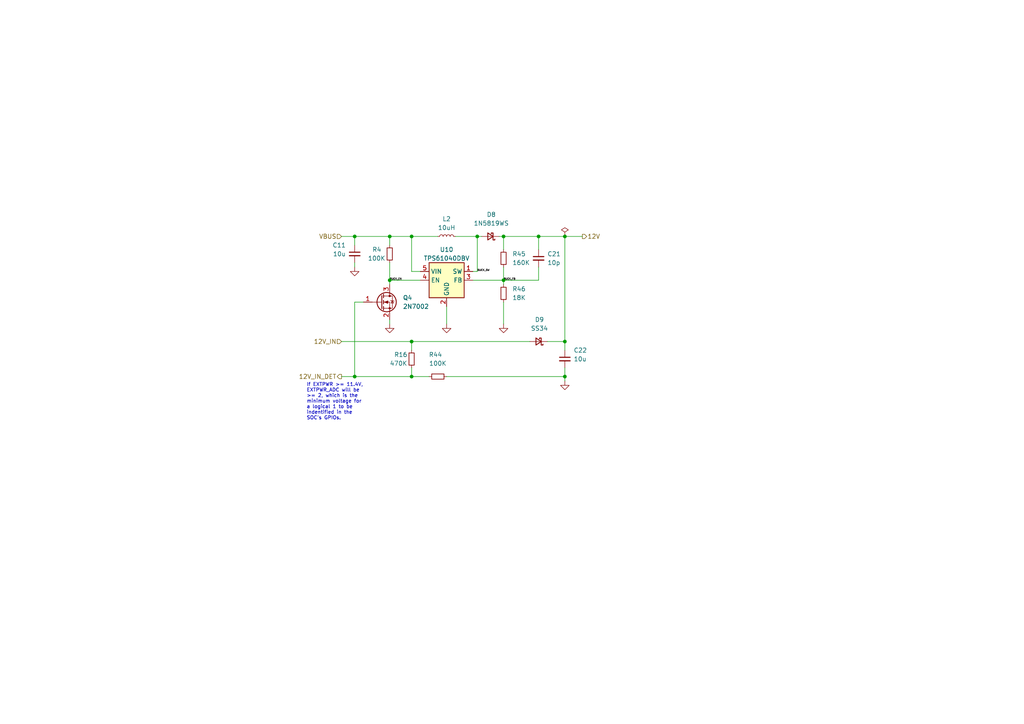
<source format=kicad_sch>
(kicad_sch (version 20211123) (generator eeschema)
  (paper "A4")
  (lib_symbols
    (symbol "Device:C_Small" (pin_numbers hide) (pin_names (offset 0.254) hide)
      (property "Reference" "C" (at 0.254 1.778 0))
      (property "Value" "C_Small" (at 0.254 -2.032 0))
      (symbol "C_Small_0_1"
        (polyline (pts (xy -1.524 -0.508) (xy 1.524 -0.508)) (stroke (width 0.3302)))
        (polyline (pts (xy -1.524 0.508) (xy 1.524 0.508)) (stroke (width 0.3048)))
      )
      (symbol "C_Small_1_1"
        (pin passive line (at 0 2.54 270) (length 2.032) (name "~") (number "1"))
        (pin passive line (at 0 -2.54 90) (length 2.032) (name "~") (number "2"))
      )
    )
    (symbol "Device:D_Schottky_Small" (pin_numbers hide) (pin_names (offset 0.254) hide)
      (property "Reference" "D" (at -1.27 2.032 0))
      (property "Value" "D_Schottky_Small" (at -7.112 -2.032 0))
      (symbol "D_Schottky_Small_0_1"
        (polyline (pts (xy -0.762 0) (xy 0.762 0)))
        (polyline (pts (xy 0.762 -1.016) (xy -0.762 0) (xy 0.762 1.016) (xy 0.762 -1.016)) (stroke (width 0.254)))
        (polyline (pts (xy -1.27 0.762) (xy -1.27 1.016) (xy -0.762 1.016) (xy -0.762 -1.016) (xy -0.254 -1.016) (xy -0.254 -0.762)) (stroke (width 0.254)))
      )
      (symbol "D_Schottky_Small_1_1"
        (pin passive line (at -2.54 0 0) (length 1.778) (name "K") (number "1"))
        (pin passive line (at 2.54 0 180) (length 1.778) (name "A") (number "2"))
      )
    )
    (symbol "Device:L_Small" (pin_numbers hide) (pin_names (offset 0.254) hide)
      (property "Reference" "L" (at 0.762 1.016 0))
      (property "Value" "L_Small" (at 0.762 -1.016 0))
      (symbol "L_Small_0_1"
        (arc (start 0 -2.032) (mid 0.508 -1.524) (end 0 -1.016))
        (arc (start 0 -1.016) (mid 0.508 -0.508) (end 0 0))
        (arc (start 0 0) (mid 0.508 0.508) (end 0 1.016))
        (arc (start 0 1.016) (mid 0.508 1.524) (end 0 2.032))
      )
      (symbol "L_Small_1_1"
        (pin passive line (at 0 2.54 270) (length 0.508) (name "~") (number "1"))
        (pin passive line (at 0 -2.54 90) (length 0.508) (name "~") (number "2"))
      )
    )
    (symbol "Device:R_Small" (pin_numbers hide) (pin_names (offset 0.254) hide)
      (property "Reference" "R" (at 0.762 0.508 0))
      (property "Value" "R_Small" (at 0.762 -1.016 0))
      (symbol "R_Small_0_1"
        (rectangle (start -0.762 1.778) (end 0.762 -1.778) (stroke (width 0.2032)))
      )
      (symbol "R_Small_1_1"
        (pin passive line (at 0 2.54 270) (length 0.762) (name "~") (number "1"))
        (pin passive line (at 0 -2.54 90) (length 0.762) (name "~") (number "2"))
      )
    )
    (symbol "Regulator_Switching:TPS61040DBV"
      (property "Reference" "U" (at -5.08 6.35 0))
      (property "Value" "TPS61040DBV" (at 0 6.35 0))
      (symbol "TPS61040DBV_0_1"
        (rectangle (start -5.08 5.08) (end 5.08 -5.08) (stroke (width 0.254)) (fill (type background)))
      )
      (symbol "TPS61040DBV_1_1"
        (pin power_out line (at 7.62 2.54 180) (length 2.54) (name "SW") (number "1"))
        (pin power_in line (at 0 -7.62 90) (length 2.54) (name "GND") (number "2"))
        (pin input line (at 7.62 0 180) (length 2.54) (name "FB") (number "3"))
        (pin input line (at -7.62 0 0) (length 2.54) (name "EN") (number "4"))
        (pin power_in line (at -7.62 2.54 0) (length 2.54) (name "VIN") (number "5"))
      )
    )
    (symbol "Transistor_FET:2N7002" (pin_names hide)
      (property "Reference" "Q" (at 5.08 1.905 0))
      (property "Value" "2N7002" (at 5.08 0 0))
      (symbol "2N7002_0_1"
        (polyline (pts (xy 0.254 0) (xy -2.54 0)))
        (polyline (pts (xy 0.254 1.905) (xy 0.254 -1.905)) (stroke (width 0.254)))
        (polyline (pts (xy 0.762 -1.27) (xy 0.762 -2.286)) (stroke (width 0.254)))
        (polyline (pts (xy 0.762 0.508) (xy 0.762 -0.508)) (stroke (width 0.254)))
        (polyline (pts (xy 0.762 2.286) (xy 0.762 1.27)) (stroke (width 0.254)))
        (polyline (pts (xy 2.54 2.54) (xy 2.54 1.778)))
        (polyline (pts (xy 2.54 -2.54) (xy 2.54 0) (xy 0.762 0)))
        (polyline (pts (xy 0.762 -1.778) (xy 3.302 -1.778) (xy 3.302 1.778) (xy 0.762 1.778)))
        (polyline (pts (xy 1.016 0) (xy 2.032 0.381) (xy 2.032 -0.381) (xy 1.016 0)) (fill (type outline)))
        (polyline (pts (xy 2.794 0.508) (xy 2.921 0.381) (xy 3.683 0.381) (xy 3.81 0.254)))
        (polyline (pts (xy 3.302 0.381) (xy 2.921 -0.254) (xy 3.683 -0.254) (xy 3.302 0.381)))
        (circle (center 1.651 0) (radius 2.794) (stroke (width 0.254)))
        (circle (center 2.54 -1.778) (radius 0.254) (fill (type outline)))
        (circle (center 2.54 1.778) (radius 0.254) (fill (type outline)))
      )
      (symbol "2N7002_1_1"
        (pin input line (at -5.08 0 0) (length 2.54) (name "G") (number "1"))
        (pin passive line (at 2.54 -5.08 90) (length 2.54) (name "S") (number "2"))
        (pin passive line (at 2.54 5.08 270) (length 2.54) (name "D") (number "3"))
      )
    )
    (symbol "power:GND" (power) (pin_names (offset 0))
      (property "Value" "GND" (at 0 -3.81 0))
      (symbol "GND_0_1"
        (polyline (pts (xy 0 0) (xy 0 -1.27) (xy 1.27 -1.27) (xy 0 -2.54) (xy -1.27 -1.27) (xy 0 -1.27)))
      )
      (symbol "GND_1_1"
        (pin power_in line (at 0 0 270) (length 0) hide (name "GND") (number "1"))
      )
    )
    (symbol "power:PWR_FLAG" (power) (pin_numbers hide) (pin_names (offset 0) hide)
      (property "Value" "PWR_FLAG" (at 0 3.81 0))
      (symbol "PWR_FLAG_0_0"
        (pin power_out line (at 0 0 90) (length 0) (name "pwr") (number "1"))
      )
      (symbol "PWR_FLAG_0_1"
        (polyline (pts (xy 0 0) (xy 0 1.27) (xy -1.016 1.905) (xy 0 2.54) (xy 1.016 1.905) (xy 0 1.27)))
      )
    )
  )
  (junction (at 163.83 99.06))
  (junction (at 119.38 99.06))
  (junction (at 102.87 68.58))
  (junction (at 163.83 68.58))
  (junction (at 146.05 68.58))
  (junction (at 113.03 68.58))
  (junction (at 146.05 81.28))
  (junction (at 119.38 68.58))
  (junction (at 113.03 81.28))
  (junction (at 119.38 109.22))
  (junction (at 138.43 68.58))
  (junction (at 163.83 109.22))
  (junction (at 156.21 68.58))
  (junction (at 102.87 109.22))
  (wire (pts (xy 163.83 68.58) (xy 163.83 99.06)))
  (wire (pts (xy 113.03 76.2) (xy 113.03 81.28)))
  (wire (pts (xy 156.21 68.58) (xy 146.05 68.58)))
  (wire (pts (xy 113.03 68.58) (xy 119.38 68.58)))
  (wire (pts (xy 146.05 77.47) (xy 146.05 81.28)))
  (wire (pts (xy 99.06 109.22) (xy 102.87 109.22)))
  (wire (pts (xy 113.03 81.28) (xy 121.92 81.28)))
  (wire (pts (xy 146.05 81.28) (xy 146.05 82.55)))
  (wire (pts (xy 129.54 93.98) (xy 129.54 88.9)))
  (wire (pts (xy 121.92 78.74) (xy 119.38 78.74)))
  (wire (pts (xy 163.83 68.58) (xy 168.91 68.58)))
  (wire (pts (xy 119.38 99.06) (xy 153.67 99.06)))
  (wire (pts (xy 163.83 110.49) (xy 163.83 109.22)))
  (wire (pts (xy 163.83 99.06) (xy 163.83 101.6)))
  (wire (pts (xy 119.38 109.22) (xy 124.46 109.22)))
  (wire (pts (xy 119.38 106.68) (xy 119.38 109.22)))
  (wire (pts (xy 156.21 68.58) (xy 156.21 72.39)))
  (wire (pts (xy 105.41 87.63) (xy 102.87 87.63)))
  (wire (pts (xy 132.08 68.58) (xy 138.43 68.58)))
  (wire (pts (xy 127 68.58) (xy 119.38 68.58)))
  (wire (pts (xy 138.43 78.74) (xy 137.16 78.74)))
  (wire (pts (xy 113.03 68.58) (xy 113.03 71.12)))
  (wire (pts (xy 102.87 68.58) (xy 113.03 68.58)))
  (wire (pts (xy 99.06 68.58) (xy 102.87 68.58)))
  (wire (pts (xy 146.05 87.63) (xy 146.05 93.98)))
  (wire (pts (xy 113.03 93.98) (xy 113.03 92.71)))
  (wire (pts (xy 138.43 68.58) (xy 138.43 78.74)))
  (wire (pts (xy 113.03 81.28) (xy 113.03 82.55)))
  (wire (pts (xy 102.87 77.47) (xy 102.87 76.2)))
  (wire (pts (xy 138.43 68.58) (xy 139.7 68.58)))
  (wire (pts (xy 144.78 68.58) (xy 146.05 68.58)))
  (wire (pts (xy 137.16 81.28) (xy 146.05 81.28)))
  (wire (pts (xy 102.87 87.63) (xy 102.87 109.22)))
  (wire (pts (xy 129.54 109.22) (xy 163.83 109.22)))
  (wire (pts (xy 102.87 109.22) (xy 119.38 109.22)))
  (wire (pts (xy 102.87 68.58) (xy 102.87 71.12)))
  (wire (pts (xy 99.06 99.06) (xy 119.38 99.06)))
  (wire (pts (xy 158.75 99.06) (xy 163.83 99.06)))
  (wire (pts (xy 163.83 68.58) (xy 156.21 68.58)))
  (wire (pts (xy 119.38 68.58) (xy 119.38 78.74)))
  (wire (pts (xy 119.38 99.06) (xy 119.38 101.6)))
  (wire (pts (xy 146.05 68.58) (xy 146.05 72.39)))
  (wire (pts (xy 163.83 109.22) (xy 163.83 106.68)))
  (wire (pts (xy 156.21 77.47) (xy 156.21 81.28)))
  (wire (pts (xy 156.21 81.28) (xy 146.05 81.28)))
  (text "If EXTPWR >= 11.4V,\nEXTPWR_ADC will be\n>= 2, which is the\nminimum voltage for\na logical 1 to be\nindentified in the\nSOC's GPIOs." (at 88.9 121.92 0) (effects (font (size 1 1)) (justify left bottom)))
  (label "BUCK_SW" (at 138.43 78.74 0) (effects (font (size 0.5 0.5))))
  (label "BUCK_FB" (at 146.05 81.28 0) (effects (font (size 0.5 0.5))))
  (label "BUCK_EN" (at 113.03 81.28 0) (effects (font (size 0.5 0.5))))
  (hierarchical_label "VBUS" (shape input) (at 99.06 68.58 180))
  (hierarchical_label "12V" (shape output) (at 168.91 68.58 0))
  (hierarchical_label "12V_IN" (shape input) (at 99.06 99.06 180))
  (hierarchical_label "12V_IN_DET" (shape output) (at 99.06 109.22 180))
  (symbol (lib_id "Device:R_Small") (at 127 109.22 90) (unit 1)
    (property "Reference" "R44" (at 128.27 102.87 90) (effects (justify left)))
    (property "Value" "100K" (at 129.54 105.41 90) (effects (justify left)))
    (property "Footprint" "Resistor_SMD:R_0402_1005Metric_Pad0.72x0.64mm_HandSolder" (effects hide))
  )
  (symbol (lib_id "Device:D_Schottky_Small") (at 156.21 99.06 180) (unit 1)
    (property "Reference" "D9" (at 156.464 92.71 0))
    (property "Value" "SS34" (at 156.464 95.25 0))
    (property "Footprint" "Diode_SMD:D_SMA" (effects hide))
    (property "JLCPCB Part" "C8678" (effects hide))
  )
  (symbol (lib_id "power:PWR_FLAG") (at 163.83 68.58 0) (unit 1)
    (property "Reference" "#FLG0106" (effects hide))
    (property "Value" "PWR_FLAG" (effects hide))
  )
  (symbol (lib_id "Device:C_Small") (at 163.83 104.14 0) (unit 1)
    (property "Reference" "C22" (at 166.37 101.6 0) (effects (justify left)))
    (property "Value" "10u" (at 166.37 104.14 0) (effects (justify left)))
    (property "Footprint" "Capacitor_SMD:C_0603_1608Metric" (effects hide))
    (property "JLCPCB Part" "C96446" (effects hide))
    (property "MFR" "CL10A106MA8NRNC" (effects hide))
  )
  (symbol (lib_id "power:GND") (at 163.83 110.49 0) (unit 1)
    (property "Reference" "#PWR0115" (effects hide))
    (property "Value" "GND" (effects hide))
  )
  (symbol (lib_id "Device:R_Small") (at 119.38 104.14 0) (unit 1)
    (property "Reference" "R16" (at 114.3 102.87 0) (effects (justify left)))
    (property "Value" "470K" (at 113.03 105.41 0) (effects (justify left)))
    (property "Footprint" "Resistor_SMD:R_0603_1608Metric" (effects hide))
    (property "JLCPCB Part" "C23178" (effects hide))
    (property "MFR" "0603WAF4703T5E" (effects hide))
  )
  (symbol (lib_id "Device:R_Small") (at 146.05 85.09 0) (unit 1)
    (property "Reference" "R46" (at 148.59 83.8199 0) (effects (justify left)))
    (property "Value" "18K" (at 148.59 86.3599 0) (effects (justify left)))
    (property "Footprint" "Resistor_SMD:R_0603_1608Metric" (effects hide))
    (property "JLCPCB Part" "C25810" (effects hide))
    (property "MFR" "0603WAF1802T5E" (effects hide))
  )
  (symbol (lib_id "Device:R_Small") (at 146.05 74.93 0) (unit 1)
    (property "Reference" "R45" (at 148.59 73.6599 0) (effects (justify left)))
    (property "Value" "160K" (at 148.59 76.1999 0) (effects (justify left)))
    (property "Footprint" "Resistor_SMD:R_0603_1608Metric" (effects hide))
    (property "JLCPCB Part" "C1035" (effects hide))
    (property "MFR" "SDFL1608S100KTF" (effects hide))
  )
  (symbol (lib_id "Device:C_Small") (at 102.87 73.66 0) (mirror y) (unit 1)
    (property "Reference" "C11" (at 100.33 71.12 0) (effects (justify left)))
    (property "Value" "10u" (at 100.33 73.66 0) (effects (justify left)))
    (property "Footprint" "Capacitor_SMD:C_0603_1608Metric" (effects hide))
    (property "JLCPCB Part" "C96446" (effects hide))
    (property "MFR" "CL10A106MA8NRNC" (effects hide))
  )
  (symbol (lib_id "Transistor_FET:2N7002") (at 110.49 87.63 0) (unit 1)
    (property "Reference" "Q4" (at 116.84 86.3599 0) (effects (justify left)))
    (property "Value" "2N7002" (at 116.84 88.8999 0) (effects (justify left)))
    (property "Footprint" "Package_TO_SOT_SMD:SOT-23" (effects hide))
    (property "Datasheet" "https://www.onsemi.com/pub/Collateral/NDS7002A-D.PDF" (effects hide))
  )
  (symbol (lib_id "Device:D_Schottky_Small") (at 142.24 68.58 180) (unit 1)
    (property "Reference" "D8" (at 142.494 62.23 0))
    (property "Value" "1N5819WS" (at 142.494 64.77 0))
    (property "Footprint" "Diode_SMD:D_SOD-323" (effects hide))
    (property "Datasheet" "https://datasheet.lcsc.com/lcsc/2204281430_Guangdong-Hottech-1N5819WS_C191023.pdf" (effects hide))
  )
  (symbol (lib_id "Regulator_Switching:TPS61040DBV") (at 129.54 81.28 0) (unit 1)
    (property "Reference" "U10" (at 129.54 72.39 0))
    (property "Value" "TPS61040DBV" (at 129.54 74.93 0))
    (property "Footprint" "Package_TO_SOT_SMD:SOT-23-5" (effects hide))
    (property "Datasheet" "http://www.ti.com/lit/ds/symlink/tps61040.pdf" (effects hide))
    (property "JLCPCB Part" "C7722" (effects hide))
    (property "MFR" "TPS61040DBVR" (effects hide))
  )
  (symbol (lib_id "power:GND") (at 113.03 93.98 0) (unit 1)
    (property "Reference" "#PWR0110" (effects hide))
    (property "Value" "GND" (effects hide))
  )
  (symbol (lib_id "power:GND") (at 129.54 93.98 0) (unit 1)
    (property "Reference" "#PWR0113" (effects hide))
    (property "Value" "GND" (effects hide))
  )
  (symbol (lib_id "power:GND") (at 102.87 77.47 0) (unit 1)
    (property "Reference" "#PWR0112" (effects hide))
    (property "Value" "GND" (effects hide))
  )
  (symbol (lib_id "Device:L_Small") (at 129.54 68.58 90) (unit 1)
    (property "Reference" "L2" (at 129.54 63.5 90))
    (property "Value" "10uH" (at 129.54 66.04 90))
    (property "Footprint" "Inductor_SMD:L_0805_2012Metric_Pad1.15x1.40mm_HandSolder" (effects hide))
    (property "Datasheet" "https://datasheet.lcsc.com/lcsc/2011291634_Murata-Electronics-DFE201610E-100M-P2_C426327.pdf" (effects hide))
    (property "MFR" "DFE201610E-100M=P2" (effects hide))
    (property "LCSC Part" "C426327" (effects hide))
  )
  (symbol (lib_id "Device:R_Small") (at 113.03 73.66 0) (unit 1)
    (property "Reference" "R4" (at 107.95 72.39 0) (effects (justify left)))
    (property "Value" "100K" (at 106.68 74.93 0) (effects (justify left)))
    (property "Footprint" "Resistor_SMD:R_0402_1005Metric_Pad0.72x0.64mm_HandSolder" (effects hide))
  )
  (symbol (lib_id "Device:C_Small") (at 156.21 74.93 0) (unit 1)
    (property "Reference" "C21" (at 158.75 73.6662 0) (effects (justify left)))
    (property "Value" "10p" (at 158.75 76.2062 0) (effects (justify left)))
    (property "Footprint" "Capacitor_SMD:C_0402_1005Metric" (effects hide))
    (property "Datasheet" "https://datasheet.lcsc.com/lcsc/2304140030_FH--Guangdong-Fenghua-Advanced-Tech-0603CG6R8C500NT_C1679.pdf" (effects hide))
    (property "MFR" "CL05C100JB5NNNC" (effects hide))
    (property "JLCPCB Part" "C32949" (effects hide))
  )
  (symbol (lib_id "power:GND") (at 146.05 93.98 0) (unit 1)
    (property "Reference" "#PWR0114" (effects hide))
    (property "Value" "GND" (effects hide))
  )
)
</source>
